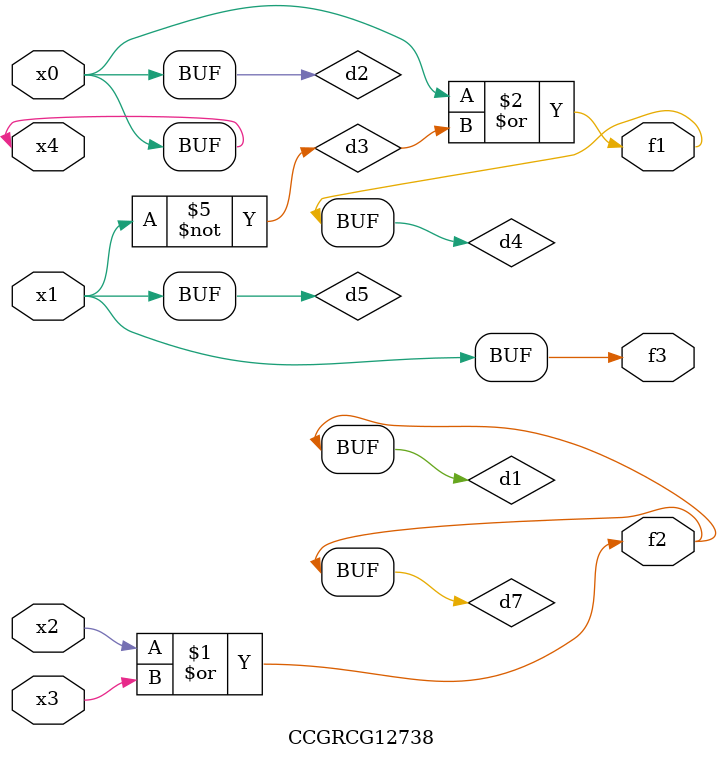
<source format=v>
module CCGRCG12738(
	input x0, x1, x2, x3, x4,
	output f1, f2, f3
);

	wire d1, d2, d3, d4, d5, d6, d7;

	or (d1, x2, x3);
	buf (d2, x0, x4);
	not (d3, x1);
	or (d4, d2, d3);
	not (d5, d3);
	nand (d6, d1, d3);
	or (d7, d1);
	assign f1 = d4;
	assign f2 = d7;
	assign f3 = d5;
endmodule

</source>
